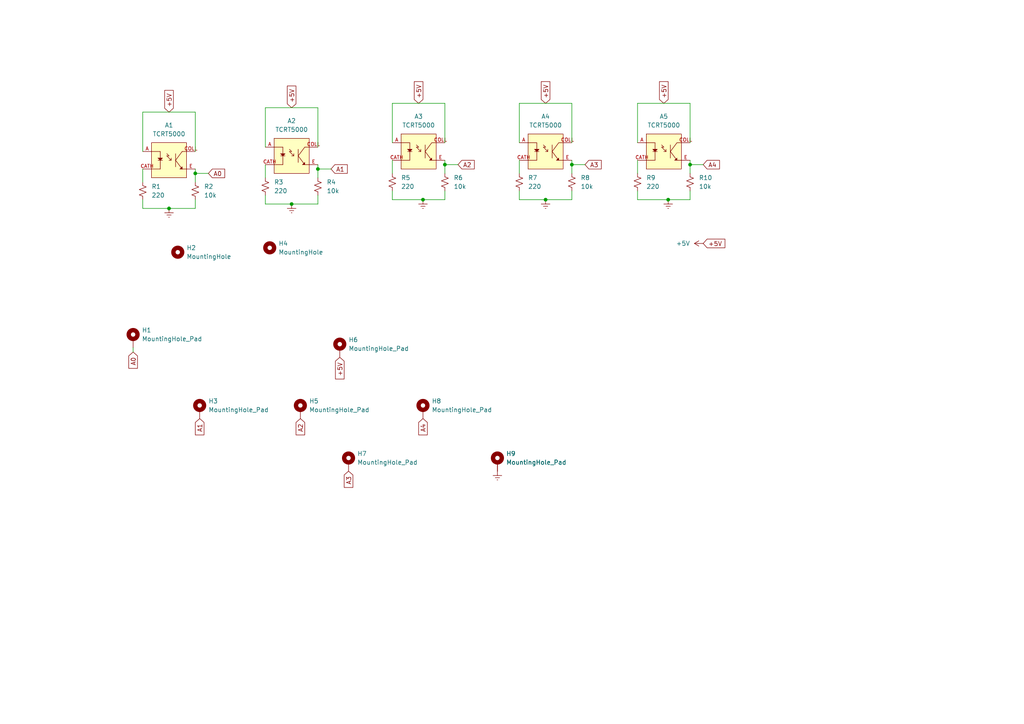
<source format=kicad_sch>
(kicad_sch (version 20211123) (generator eeschema)

  (uuid 150282e6-bc44-454c-9a60-5aa96de471c6)

  (paper "A4")

  (lib_symbols
    (symbol "Device:R_Small_US" (pin_numbers hide) (pin_names (offset 0.254) hide) (in_bom yes) (on_board yes)
      (property "Reference" "R" (id 0) (at 0.762 0.508 0)
        (effects (font (size 1.27 1.27)) (justify left))
      )
      (property "Value" "R_Small_US" (id 1) (at 0.762 -1.016 0)
        (effects (font (size 1.27 1.27)) (justify left))
      )
      (property "Footprint" "" (id 2) (at 0 0 0)
        (effects (font (size 1.27 1.27)) hide)
      )
      (property "Datasheet" "~" (id 3) (at 0 0 0)
        (effects (font (size 1.27 1.27)) hide)
      )
      (property "ki_keywords" "r resistor" (id 4) (at 0 0 0)
        (effects (font (size 1.27 1.27)) hide)
      )
      (property "ki_description" "Resistor, small US symbol" (id 5) (at 0 0 0)
        (effects (font (size 1.27 1.27)) hide)
      )
      (property "ki_fp_filters" "R_*" (id 6) (at 0 0 0)
        (effects (font (size 1.27 1.27)) hide)
      )
      (symbol "R_Small_US_1_1"
        (polyline
          (pts
            (xy 0 0)
            (xy 1.016 -0.381)
            (xy 0 -0.762)
            (xy -1.016 -1.143)
            (xy 0 -1.524)
          )
          (stroke (width 0) (type default) (color 0 0 0 0))
          (fill (type none))
        )
        (polyline
          (pts
            (xy 0 1.524)
            (xy 1.016 1.143)
            (xy 0 0.762)
            (xy -1.016 0.381)
            (xy 0 0)
          )
          (stroke (width 0) (type default) (color 0 0 0 0))
          (fill (type none))
        )
        (pin passive line (at 0 2.54 270) (length 1.016)
          (name "~" (effects (font (size 1.27 1.27))))
          (number "1" (effects (font (size 1.27 1.27))))
        )
        (pin passive line (at 0 -2.54 90) (length 1.016)
          (name "~" (effects (font (size 1.27 1.27))))
          (number "2" (effects (font (size 1.27 1.27))))
        )
      )
    )
    (symbol "Mechanical:MountingHole" (pin_names (offset 1.016)) (in_bom yes) (on_board yes)
      (property "Reference" "H" (id 0) (at 0 5.08 0)
        (effects (font (size 1.27 1.27)))
      )
      (property "Value" "MountingHole" (id 1) (at 0 3.175 0)
        (effects (font (size 1.27 1.27)))
      )
      (property "Footprint" "" (id 2) (at 0 0 0)
        (effects (font (size 1.27 1.27)) hide)
      )
      (property "Datasheet" "~" (id 3) (at 0 0 0)
        (effects (font (size 1.27 1.27)) hide)
      )
      (property "ki_keywords" "mounting hole" (id 4) (at 0 0 0)
        (effects (font (size 1.27 1.27)) hide)
      )
      (property "ki_description" "Mounting Hole without connection" (id 5) (at 0 0 0)
        (effects (font (size 1.27 1.27)) hide)
      )
      (property "ki_fp_filters" "MountingHole*" (id 6) (at 0 0 0)
        (effects (font (size 1.27 1.27)) hide)
      )
      (symbol "MountingHole_0_1"
        (circle (center 0 0) (radius 1.27)
          (stroke (width 1.27) (type default) (color 0 0 0 0))
          (fill (type none))
        )
      )
    )
    (symbol "Mechanical:MountingHole_Pad" (pin_numbers hide) (pin_names (offset 1.016) hide) (in_bom yes) (on_board yes)
      (property "Reference" "H" (id 0) (at 0 6.35 0)
        (effects (font (size 1.27 1.27)))
      )
      (property "Value" "MountingHole_Pad" (id 1) (at 0 4.445 0)
        (effects (font (size 1.27 1.27)))
      )
      (property "Footprint" "" (id 2) (at 0 0 0)
        (effects (font (size 1.27 1.27)) hide)
      )
      (property "Datasheet" "~" (id 3) (at 0 0 0)
        (effects (font (size 1.27 1.27)) hide)
      )
      (property "ki_keywords" "mounting hole" (id 4) (at 0 0 0)
        (effects (font (size 1.27 1.27)) hide)
      )
      (property "ki_description" "Mounting Hole with connection" (id 5) (at 0 0 0)
        (effects (font (size 1.27 1.27)) hide)
      )
      (property "ki_fp_filters" "MountingHole*Pad*" (id 6) (at 0 0 0)
        (effects (font (size 1.27 1.27)) hide)
      )
      (symbol "MountingHole_Pad_0_1"
        (circle (center 0 1.27) (radius 1.27)
          (stroke (width 1.27) (type default) (color 0 0 0 0))
          (fill (type none))
        )
      )
      (symbol "MountingHole_Pad_1_1"
        (pin input line (at 0 -2.54 90) (length 2.54)
          (name "1" (effects (font (size 1.27 1.27))))
          (number "1" (effects (font (size 1.27 1.27))))
        )
      )
    )
    (symbol "ZC323000:TCRT5000" (pin_names (offset 1.016)) (in_bom yes) (on_board yes)
      (property "Reference" "U" (id 0) (at -5.0887 5.7248 0)
        (effects (font (size 1.27 1.27)) (justify left bottom))
      )
      (property "Value" "TCRT5000" (id 1) (at -5.0838 -5.7193 0)
        (effects (font (size 1.27 1.27)) (justify left top))
      )
      (property "Footprint" "OPTO_TCRT5000" (id 2) (at 0 0 0)
        (effects (font (size 1.27 1.27)) (justify bottom) hide)
      )
      (property "Datasheet" "" (id 3) (at 0 0 0)
        (effects (font (size 1.27 1.27)) hide)
      )
      (property "PARTREV" "1.7" (id 4) (at 0 0 0)
        (effects (font (size 1.27 1.27)) (justify bottom) hide)
      )
      (property "MANUFACTURER" "Vishay" (id 5) (at 0 0 0)
        (effects (font (size 1.27 1.27)) (justify bottom) hide)
      )
      (property "MAXIMUM_PACKAGE_HEIGHT" "7.2mm" (id 6) (at 0 0 0)
        (effects (font (size 1.27 1.27)) (justify bottom) hide)
      )
      (property "STANDARD" "Manufacturer recommendations" (id 7) (at 0 0 0)
        (effects (font (size 1.27 1.27)) (justify bottom) hide)
      )
      (symbol "TCRT5000_0_0"
        (rectangle (start -5.08 -5.08) (end 5.08 5.08)
          (stroke (width 0.1524) (type default) (color 0 0 0 0))
          (fill (type background))
        )
        (polyline
          (pts
            (xy -5.08 2.54)
            (xy -2.54 2.54)
          )
          (stroke (width 0.1524) (type default) (color 0 0 0 0))
          (fill (type none))
        )
        (polyline
          (pts
            (xy -3.175 0)
            (xy -1.905 0)
          )
          (stroke (width 0.1524) (type default) (color 0 0 0 0))
          (fill (type none))
        )
        (polyline
          (pts
            (xy -2.54 -2.54)
            (xy -5.08 -2.54)
          )
          (stroke (width 0.1524) (type default) (color 0 0 0 0))
          (fill (type none))
        )
        (polyline
          (pts
            (xy -2.54 2.54)
            (xy -2.54 -2.54)
          )
          (stroke (width 0.1524) (type default) (color 0 0 0 0))
          (fill (type none))
        )
        (polyline
          (pts
            (xy -0.635 1.27)
            (xy 0.635 0)
          )
          (stroke (width 0.1524) (type default) (color 0 0 0 0))
          (fill (type none))
        )
        (polyline
          (pts
            (xy -0.635 1.905)
            (xy 0 1.27)
          )
          (stroke (width 0.1524) (type default) (color 0 0 0 0))
          (fill (type none))
        )
        (polyline
          (pts
            (xy 0 1.27)
            (xy -0.635 1.27)
          )
          (stroke (width 0.1524) (type default) (color 0 0 0 0))
          (fill (type none))
        )
        (polyline
          (pts
            (xy 0.635 0)
            (xy 0 0)
          )
          (stroke (width 0.1524) (type default) (color 0 0 0 0))
          (fill (type none))
        )
        (polyline
          (pts
            (xy 0.635 0.635)
            (xy 0.635 0)
          )
          (stroke (width 0.1524) (type default) (color 0 0 0 0))
          (fill (type none))
        )
        (polyline
          (pts
            (xy 1.905 0)
            (xy 1.905 -1.905)
          )
          (stroke (width 0.1524) (type default) (color 0 0 0 0))
          (fill (type none))
        )
        (polyline
          (pts
            (xy 1.905 0)
            (xy 3.81 -2.54)
          )
          (stroke (width 0.1524) (type default) (color 0 0 0 0))
          (fill (type none))
        )
        (polyline
          (pts
            (xy 1.905 0)
            (xy 3.81 2.54)
          )
          (stroke (width 0.1524) (type default) (color 0 0 0 0))
          (fill (type none))
        )
        (polyline
          (pts
            (xy 1.905 1.905)
            (xy 1.905 0)
          )
          (stroke (width 0.1524) (type default) (color 0 0 0 0))
          (fill (type none))
        )
        (polyline
          (pts
            (xy 3.81 -2.54)
            (xy 5.08 -2.54)
          )
          (stroke (width 0.1524) (type default) (color 0 0 0 0))
          (fill (type none))
        )
        (polyline
          (pts
            (xy 3.81 2.54)
            (xy 5.08 2.54)
          )
          (stroke (width 0.1524) (type default) (color 0 0 0 0))
          (fill (type none))
        )
        (polyline
          (pts
            (xy -3.175 0.635)
            (xy -1.905 0.635)
            (xy -2.54 0)
            (xy -3.175 0.635)
          )
          (stroke (width 0.1524) (type default) (color 0 0 0 0))
          (fill (type outline))
        )
        (polyline
          (pts
            (xy 3.175 -2.54)
            (xy 3.81 -2.54)
            (xy 3.81 -1.905)
            (xy 3.175 -2.54)
          )
          (stroke (width 0.1524) (type default) (color 0 0 0 0))
          (fill (type outline))
        )
        (pin passive line (at -7.62 2.54 0) (length 2.54)
          (name "~" (effects (font (size 1.016 1.016))))
          (number "A" (effects (font (size 1.016 1.016))))
        )
        (pin passive line (at -7.62 -2.54 0) (length 2.54)
          (name "~" (effects (font (size 1.016 1.016))))
          (number "CATH" (effects (font (size 1.016 1.016))))
        )
        (pin passive line (at 7.62 2.54 180) (length 2.54)
          (name "~" (effects (font (size 1.016 1.016))))
          (number "COLL" (effects (font (size 1.016 1.016))))
        )
        (pin passive line (at 7.62 -2.54 180) (length 2.54)
          (name "~" (effects (font (size 1.016 1.016))))
          (number "E" (effects (font (size 1.016 1.016))))
        )
      )
    )
    (symbol "power:+5V" (power) (pin_names (offset 0)) (in_bom yes) (on_board yes)
      (property "Reference" "#PWR" (id 0) (at 0 -3.81 0)
        (effects (font (size 1.27 1.27)) hide)
      )
      (property "Value" "+5V" (id 1) (at 0 3.556 0)
        (effects (font (size 1.27 1.27)))
      )
      (property "Footprint" "" (id 2) (at 0 0 0)
        (effects (font (size 1.27 1.27)) hide)
      )
      (property "Datasheet" "" (id 3) (at 0 0 0)
        (effects (font (size 1.27 1.27)) hide)
      )
      (property "ki_keywords" "power-flag" (id 4) (at 0 0 0)
        (effects (font (size 1.27 1.27)) hide)
      )
      (property "ki_description" "Power symbol creates a global label with name \"+5V\"" (id 5) (at 0 0 0)
        (effects (font (size 1.27 1.27)) hide)
      )
      (symbol "+5V_0_1"
        (polyline
          (pts
            (xy -0.762 1.27)
            (xy 0 2.54)
          )
          (stroke (width 0) (type default) (color 0 0 0 0))
          (fill (type none))
        )
        (polyline
          (pts
            (xy 0 0)
            (xy 0 2.54)
          )
          (stroke (width 0) (type default) (color 0 0 0 0))
          (fill (type none))
        )
        (polyline
          (pts
            (xy 0 2.54)
            (xy 0.762 1.27)
          )
          (stroke (width 0) (type default) (color 0 0 0 0))
          (fill (type none))
        )
      )
      (symbol "+5V_1_1"
        (pin power_in line (at 0 0 90) (length 0) hide
          (name "+5V" (effects (font (size 1.27 1.27))))
          (number "1" (effects (font (size 1.27 1.27))))
        )
      )
    )
    (symbol "power:Earth" (power) (pin_names (offset 0)) (in_bom yes) (on_board yes)
      (property "Reference" "#PWR" (id 0) (at 0 -6.35 0)
        (effects (font (size 1.27 1.27)) hide)
      )
      (property "Value" "Earth" (id 1) (at 0 -3.81 0)
        (effects (font (size 1.27 1.27)) hide)
      )
      (property "Footprint" "" (id 2) (at 0 0 0)
        (effects (font (size 1.27 1.27)) hide)
      )
      (property "Datasheet" "~" (id 3) (at 0 0 0)
        (effects (font (size 1.27 1.27)) hide)
      )
      (property "ki_keywords" "power-flag ground gnd" (id 4) (at 0 0 0)
        (effects (font (size 1.27 1.27)) hide)
      )
      (property "ki_description" "Power symbol creates a global label with name \"Earth\"" (id 5) (at 0 0 0)
        (effects (font (size 1.27 1.27)) hide)
      )
      (symbol "Earth_0_1"
        (polyline
          (pts
            (xy -0.635 -1.905)
            (xy 0.635 -1.905)
          )
          (stroke (width 0) (type default) (color 0 0 0 0))
          (fill (type none))
        )
        (polyline
          (pts
            (xy -0.127 -2.54)
            (xy 0.127 -2.54)
          )
          (stroke (width 0) (type default) (color 0 0 0 0))
          (fill (type none))
        )
        (polyline
          (pts
            (xy 0 -1.27)
            (xy 0 0)
          )
          (stroke (width 0) (type default) (color 0 0 0 0))
          (fill (type none))
        )
        (polyline
          (pts
            (xy 1.27 -1.27)
            (xy -1.27 -1.27)
          )
          (stroke (width 0) (type default) (color 0 0 0 0))
          (fill (type none))
        )
      )
      (symbol "Earth_1_1"
        (pin power_in line (at 0 0 270) (length 0) hide
          (name "Earth" (effects (font (size 1.27 1.27))))
          (number "1" (effects (font (size 1.27 1.27))))
        )
      )
    )
  )

  (junction (at 200.152 47.752) (diameter 0) (color 0 0 0 0)
    (uuid 0a33afa4-a7a6-442b-b9d1-b2263fe2db27)
  )
  (junction (at 165.862 47.752) (diameter 0) (color 0 0 0 0)
    (uuid 2534cc1d-9358-4a9a-918a-94dc071932c8)
  )
  (junction (at 122.682 57.912) (diameter 0) (color 0 0 0 0)
    (uuid 2e4a903a-7adb-4697-9e78-fdf631d0378c)
  )
  (junction (at 92.202 49.022) (diameter 0) (color 0 0 0 0)
    (uuid 42358ff8-c710-4922-8f0f-7277355890de)
  )
  (junction (at 158.242 57.912) (diameter 0) (color 0 0 0 0)
    (uuid 45e64cbd-8b8c-48fb-93ca-50d6393153c9)
  )
  (junction (at 193.802 57.912) (diameter 0) (color 0 0 0 0)
    (uuid 95c8fb09-3807-4b4f-b20e-669de9a70f38)
  )
  (junction (at 129.032 47.752) (diameter 0) (color 0 0 0 0)
    (uuid 96e8c9aa-4382-4660-ac86-03e6b29e6e4c)
  )
  (junction (at 84.582 59.182) (diameter 0) (color 0 0 0 0)
    (uuid ce1a1533-dd85-4723-bda4-0b8375a5844c)
  )
  (junction (at 49.022 60.452) (diameter 0) (color 0 0 0 0)
    (uuid e3803b89-14d6-4dd4-b098-7c56048f361a)
  )
  (junction (at 56.642 50.292) (diameter 0) (color 0 0 0 0)
    (uuid e76f74d8-5506-474a-ac69-3568bc537cda)
  )

  (wire (pts (xy 56.642 49.022) (xy 56.642 50.292))
    (stroke (width 0) (type default) (color 0 0 0 0))
    (uuid 00b06e8a-d34f-4635-af1c-88b4c6d37cf0)
  )
  (wire (pts (xy 113.792 29.972) (xy 129.032 29.972))
    (stroke (width 0) (type default) (color 0 0 0 0))
    (uuid 03342a86-f577-438e-9fbd-fe285848665a)
  )
  (wire (pts (xy 150.622 46.482) (xy 150.622 50.292))
    (stroke (width 0) (type default) (color 0 0 0 0))
    (uuid 06f32333-a7f2-4cdd-bca6-2f908093f0ee)
  )
  (wire (pts (xy 165.862 41.402) (xy 165.862 29.972))
    (stroke (width 0) (type default) (color 0 0 0 0))
    (uuid 0a03474b-da21-4710-990e-c3555f333071)
  )
  (wire (pts (xy 76.962 56.642) (xy 76.962 59.182))
    (stroke (width 0) (type default) (color 0 0 0 0))
    (uuid 1a4909f5-acf3-4ce1-b3e6-ff9fe5b67077)
  )
  (wire (pts (xy 56.642 43.942) (xy 56.642 32.512))
    (stroke (width 0) (type default) (color 0 0 0 0))
    (uuid 22f81e74-7f59-403b-919a-3cee0b0cafc3)
  )
  (wire (pts (xy 165.862 47.752) (xy 165.862 50.292))
    (stroke (width 0) (type default) (color 0 0 0 0))
    (uuid 2300f6d5-b4a5-4369-810d-65fc558dac77)
  )
  (wire (pts (xy 56.642 60.452) (xy 56.642 57.912))
    (stroke (width 0) (type default) (color 0 0 0 0))
    (uuid 24d75abb-d166-48c2-ae6c-1a5601e90ede)
  )
  (wire (pts (xy 41.402 49.022) (xy 41.402 52.832))
    (stroke (width 0) (type default) (color 0 0 0 0))
    (uuid 283e85cc-c83f-4cb0-a311-a3a3d21b0a20)
  )
  (wire (pts (xy 165.862 57.912) (xy 165.862 55.372))
    (stroke (width 0) (type default) (color 0 0 0 0))
    (uuid 2b06fd7d-72aa-4562-be11-9304b0906e3a)
  )
  (wire (pts (xy 92.202 49.022) (xy 92.202 51.562))
    (stroke (width 0) (type default) (color 0 0 0 0))
    (uuid 2ffd3248-521a-48fb-8b52-fdcb0912067d)
  )
  (wire (pts (xy 150.622 29.972) (xy 165.862 29.972))
    (stroke (width 0) (type default) (color 0 0 0 0))
    (uuid 31397f64-4edd-477d-8b56-56399d241147)
  )
  (wire (pts (xy 76.962 31.242) (xy 92.202 31.242))
    (stroke (width 0) (type default) (color 0 0 0 0))
    (uuid 332d5032-9fc1-4888-ad9a-2ccad123dda7)
  )
  (wire (pts (xy 129.032 46.482) (xy 129.032 47.752))
    (stroke (width 0) (type default) (color 0 0 0 0))
    (uuid 363e8c74-b608-4699-a8fe-f341d72aa53c)
  )
  (wire (pts (xy 200.152 46.482) (xy 200.152 47.752))
    (stroke (width 0) (type default) (color 0 0 0 0))
    (uuid 3cf7a092-5ce8-4b54-866f-2311a707e8be)
  )
  (wire (pts (xy 184.912 57.912) (xy 193.802 57.912))
    (stroke (width 0) (type default) (color 0 0 0 0))
    (uuid 42be7feb-4b88-4582-b9c8-81ea52b6906c)
  )
  (wire (pts (xy 129.032 41.402) (xy 129.032 29.972))
    (stroke (width 0) (type default) (color 0 0 0 0))
    (uuid 4b5a1028-a9c8-4c4b-b22c-18a292d1ad47)
  )
  (wire (pts (xy 200.152 41.402) (xy 200.152 29.972))
    (stroke (width 0) (type default) (color 0 0 0 0))
    (uuid 4c8fd9f1-cbf7-4f03-815a-dc02e999a743)
  )
  (wire (pts (xy 150.622 57.912) (xy 158.242 57.912))
    (stroke (width 0) (type default) (color 0 0 0 0))
    (uuid 4d4107cb-5f56-4901-a2f0-bcb0dc88870a)
  )
  (wire (pts (xy 165.862 46.482) (xy 165.862 47.752))
    (stroke (width 0) (type default) (color 0 0 0 0))
    (uuid 51065a81-8d42-40eb-af60-aa24deae0e92)
  )
  (wire (pts (xy 38.608 102.108) (xy 38.608 100.838))
    (stroke (width 0) (type default) (color 0 0 0 0))
    (uuid 511c1300-0dd2-427a-afb5-faf265318df4)
  )
  (wire (pts (xy 150.622 55.372) (xy 150.622 57.912))
    (stroke (width 0) (type default) (color 0 0 0 0))
    (uuid 538742bb-7ab8-49ee-a114-d974581e08c2)
  )
  (wire (pts (xy 184.912 29.972) (xy 200.152 29.972))
    (stroke (width 0) (type default) (color 0 0 0 0))
    (uuid 5607fa80-c523-478f-9ea1-b98582fe9309)
  )
  (wire (pts (xy 41.402 43.942) (xy 41.402 32.512))
    (stroke (width 0) (type default) (color 0 0 0 0))
    (uuid 572ff2a7-888d-412d-88b6-3f93e1860105)
  )
  (wire (pts (xy 41.402 60.452) (xy 49.022 60.452))
    (stroke (width 0) (type default) (color 0 0 0 0))
    (uuid 57edf1f5-1f88-4f1d-b0f7-fd1358b95790)
  )
  (wire (pts (xy 129.032 57.912) (xy 129.032 55.372))
    (stroke (width 0) (type default) (color 0 0 0 0))
    (uuid 609ca6c5-fbc4-4cd7-a1f8-8dc41f6a73c0)
  )
  (wire (pts (xy 113.792 41.402) (xy 113.792 29.972))
    (stroke (width 0) (type default) (color 0 0 0 0))
    (uuid 66d808a1-5f46-4f3a-abf9-1f17abcab0e1)
  )
  (wire (pts (xy 150.622 41.402) (xy 150.622 29.972))
    (stroke (width 0) (type default) (color 0 0 0 0))
    (uuid 692ef7aa-1b5a-4995-998b-0ef6519d3bea)
  )
  (wire (pts (xy 76.962 59.182) (xy 84.582 59.182))
    (stroke (width 0) (type default) (color 0 0 0 0))
    (uuid 72fba3f4-868e-4bfc-bbad-a2a391d9beb0)
  )
  (wire (pts (xy 200.152 47.752) (xy 203.962 47.752))
    (stroke (width 0) (type default) (color 0 0 0 0))
    (uuid 73aa0fcd-282b-4b23-b390-c702e0c6fdba)
  )
  (wire (pts (xy 113.792 55.372) (xy 113.792 57.912))
    (stroke (width 0) (type default) (color 0 0 0 0))
    (uuid 7f29d5e1-de6a-48f7-a953-8cabb183a516)
  )
  (wire (pts (xy 129.032 47.752) (xy 129.032 50.292))
    (stroke (width 0) (type default) (color 0 0 0 0))
    (uuid 836c5a4e-8cd6-439b-a585-42ecf4c40d2f)
  )
  (wire (pts (xy 200.152 47.752) (xy 200.152 50.292))
    (stroke (width 0) (type default) (color 0 0 0 0))
    (uuid 85aae35f-f8d3-4786-b8bb-6b260fa2913d)
  )
  (wire (pts (xy 193.802 57.912) (xy 200.152 57.912))
    (stroke (width 0) (type default) (color 0 0 0 0))
    (uuid 8c57b8e3-59e5-4c75-bdac-4f133a73a1c4)
  )
  (wire (pts (xy 158.242 57.912) (xy 165.862 57.912))
    (stroke (width 0) (type default) (color 0 0 0 0))
    (uuid 9d3cab91-33c1-463f-a653-35e0bb6df245)
  )
  (wire (pts (xy 76.962 47.752) (xy 76.962 51.562))
    (stroke (width 0) (type default) (color 0 0 0 0))
    (uuid 9e73a571-8ab5-4528-bf5f-ac5de41b39db)
  )
  (wire (pts (xy 41.402 32.512) (xy 56.642 32.512))
    (stroke (width 0) (type default) (color 0 0 0 0))
    (uuid 9ef8a912-429e-4d35-8b54-996b2c3f0f00)
  )
  (wire (pts (xy 113.792 57.912) (xy 122.682 57.912))
    (stroke (width 0) (type default) (color 0 0 0 0))
    (uuid a2ce7ab4-17b6-4751-b1a4-afab9275c6cf)
  )
  (wire (pts (xy 165.862 47.752) (xy 169.672 47.752))
    (stroke (width 0) (type default) (color 0 0 0 0))
    (uuid a550b578-2801-48b4-9fb7-ad3f2c8b6771)
  )
  (wire (pts (xy 113.792 46.482) (xy 113.792 50.292))
    (stroke (width 0) (type default) (color 0 0 0 0))
    (uuid a6f89c35-f90f-4e2c-8ab3-2f74b9ccabbb)
  )
  (wire (pts (xy 92.202 47.752) (xy 92.202 49.022))
    (stroke (width 0) (type default) (color 0 0 0 0))
    (uuid a9a28802-9216-4490-aac8-d26375803936)
  )
  (wire (pts (xy 92.202 49.022) (xy 96.012 49.022))
    (stroke (width 0) (type default) (color 0 0 0 0))
    (uuid aa7c83ce-a857-46fe-94a4-bbe9a765a665)
  )
  (wire (pts (xy 49.022 60.452) (xy 56.642 60.452))
    (stroke (width 0) (type default) (color 0 0 0 0))
    (uuid b07d74cb-a281-4f80-b89b-c88d6481a245)
  )
  (wire (pts (xy 200.152 57.912) (xy 200.152 55.372))
    (stroke (width 0) (type default) (color 0 0 0 0))
    (uuid b5567ff2-ca73-4a06-918c-c7d5644ab383)
  )
  (wire (pts (xy 184.912 55.372) (xy 184.912 57.912))
    (stroke (width 0) (type default) (color 0 0 0 0))
    (uuid bcdd0813-a196-4ca7-9546-136c4a89560b)
  )
  (wire (pts (xy 184.912 41.402) (xy 184.912 29.972))
    (stroke (width 0) (type default) (color 0 0 0 0))
    (uuid c06620d6-d0ed-4464-a86b-7f946a1ee930)
  )
  (wire (pts (xy 84.582 59.182) (xy 92.202 59.182))
    (stroke (width 0) (type default) (color 0 0 0 0))
    (uuid c59fcbde-79d0-4380-9034-5d728aac461f)
  )
  (wire (pts (xy 129.032 47.752) (xy 132.842 47.752))
    (stroke (width 0) (type default) (color 0 0 0 0))
    (uuid c9baf8cc-c4e6-42b1-8c09-51a0eb20b591)
  )
  (wire (pts (xy 92.202 59.182) (xy 92.202 56.642))
    (stroke (width 0) (type default) (color 0 0 0 0))
    (uuid c9f809e8-6ff7-466e-815b-2173dc2df330)
  )
  (wire (pts (xy 122.682 57.912) (xy 129.032 57.912))
    (stroke (width 0) (type default) (color 0 0 0 0))
    (uuid ca4c8b79-1a78-4085-9ab7-f4053caa0f83)
  )
  (wire (pts (xy 92.202 42.672) (xy 92.202 31.242))
    (stroke (width 0) (type default) (color 0 0 0 0))
    (uuid cbf5ec42-e0dd-419b-8812-bb975000ff46)
  )
  (wire (pts (xy 56.642 50.292) (xy 56.642 52.832))
    (stroke (width 0) (type default) (color 0 0 0 0))
    (uuid d636d433-4ba2-4bfd-ab7e-befdb1a88662)
  )
  (wire (pts (xy 56.642 50.292) (xy 60.452 50.292))
    (stroke (width 0) (type default) (color 0 0 0 0))
    (uuid da95b4ad-2ba5-4454-acb5-3e0656e2aff8)
  )
  (wire (pts (xy 76.962 42.672) (xy 76.962 31.242))
    (stroke (width 0) (type default) (color 0 0 0 0))
    (uuid eb62b981-f997-475c-9269-fd07718190f6)
  )
  (wire (pts (xy 41.402 57.912) (xy 41.402 60.452))
    (stroke (width 0) (type default) (color 0 0 0 0))
    (uuid f2df6606-13c5-47fe-9656-fbca177261ba)
  )
  (wire (pts (xy 184.912 46.482) (xy 184.912 50.292))
    (stroke (width 0) (type default) (color 0 0 0 0))
    (uuid f6aa6519-1797-4c4a-b5c7-eaf7ee11e165)
  )

  (global_label "+5V" (shape input) (at 192.532 29.972 90) (fields_autoplaced)
    (effects (font (size 1.27 1.27)) (justify left))
    (uuid 0c2793aa-f4e8-4e75-a3e2-5c38911f518f)
    (property "Intersheet References" "${INTERSHEET_REFS}" (id 0) (at 192.4526 23.6884 90)
      (effects (font (size 1.27 1.27)) (justify left) hide)
    )
  )
  (global_label "+5V" (shape input) (at 49.022 32.512 90) (fields_autoplaced)
    (effects (font (size 1.27 1.27)) (justify left))
    (uuid 1fed126a-5fcb-4bc3-b1e9-8a405222958e)
    (property "Intersheet References" "${INTERSHEET_REFS}" (id 0) (at 48.9426 26.2284 90)
      (effects (font (size 1.27 1.27)) (justify left) hide)
    )
  )
  (global_label "A3" (shape input) (at 169.672 47.752 0) (fields_autoplaced)
    (effects (font (size 1.27 1.27)) (justify left))
    (uuid 2a57e19d-450c-41d4-9781-fe5da487d517)
    (property "Intersheet References" "${INTERSHEET_REFS}" (id 0) (at 174.3832 47.6726 0)
      (effects (font (size 1.27 1.27)) (justify left) hide)
    )
  )
  (global_label "+5V" (shape input) (at 203.962 70.612 0) (fields_autoplaced)
    (effects (font (size 1.27 1.27)) (justify left))
    (uuid 2ce9157d-c812-4cd9-ad83-11c2f4ea3778)
    (property "Intersheet References" "${INTERSHEET_REFS}" (id 0) (at 210.2456 70.5326 0)
      (effects (font (size 1.27 1.27)) (justify left) hide)
    )
  )
  (global_label "A0" (shape input) (at 38.608 102.108 270) (fields_autoplaced)
    (effects (font (size 1.27 1.27)) (justify right))
    (uuid 3cb9009c-68aa-4ed3-9bf4-e0374e356ba8)
    (property "Intersheet References" "${INTERSHEET_REFS}" (id 0) (at 38.5286 106.8192 90)
      (effects (font (size 1.27 1.27)) (justify right) hide)
    )
  )
  (global_label "A2" (shape input) (at 132.842 47.752 0) (fields_autoplaced)
    (effects (font (size 1.27 1.27)) (justify left))
    (uuid 5a226453-d8de-48dc-94d8-05b4bb4a65ef)
    (property "Intersheet References" "${INTERSHEET_REFS}" (id 0) (at 137.5532 47.6726 0)
      (effects (font (size 1.27 1.27)) (justify left) hide)
    )
  )
  (global_label "+5V" (shape input) (at 121.412 29.972 90) (fields_autoplaced)
    (effects (font (size 1.27 1.27)) (justify left))
    (uuid 6588e606-be9f-4e5c-828c-32c12f8b731f)
    (property "Intersheet References" "${INTERSHEET_REFS}" (id 0) (at 121.3326 23.6884 90)
      (effects (font (size 1.27 1.27)) (justify left) hide)
    )
  )
  (global_label "A4" (shape input) (at 203.962 47.752 0) (fields_autoplaced)
    (effects (font (size 1.27 1.27)) (justify left))
    (uuid 67ec9e54-3f3d-461b-a0f7-14cf86718138)
    (property "Intersheet References" "${INTERSHEET_REFS}" (id 0) (at 208.6732 47.6726 0)
      (effects (font (size 1.27 1.27)) (justify left) hide)
    )
  )
  (global_label "A0" (shape input) (at 60.452 50.292 0) (fields_autoplaced)
    (effects (font (size 1.27 1.27)) (justify left))
    (uuid 7398aa9f-e852-4091-843c-98ae082d70fc)
    (property "Intersheet References" "${INTERSHEET_REFS}" (id 0) (at 65.1632 50.2126 0)
      (effects (font (size 1.27 1.27)) (justify left) hide)
    )
  )
  (global_label "A1" (shape input) (at 57.912 121.412 270) (fields_autoplaced)
    (effects (font (size 1.27 1.27)) (justify right))
    (uuid 756b6cbb-ef39-4e4a-8991-2e2e345b9875)
    (property "Intersheet References" "${INTERSHEET_REFS}" (id 0) (at 57.8326 126.1232 90)
      (effects (font (size 1.27 1.27)) (justify right) hide)
    )
  )
  (global_label "+5V" (shape input) (at 158.242 29.972 90) (fields_autoplaced)
    (effects (font (size 1.27 1.27)) (justify left))
    (uuid ae859ae7-51bd-4cdf-aeef-5cbe50cced6e)
    (property "Intersheet References" "${INTERSHEET_REFS}" (id 0) (at 158.1626 23.6884 90)
      (effects (font (size 1.27 1.27)) (justify left) hide)
    )
  )
  (global_label "A1" (shape input) (at 96.012 49.022 0) (fields_autoplaced)
    (effects (font (size 1.27 1.27)) (justify left))
    (uuid e1c094d0-bca1-4b5a-bf2e-7397fd67cba1)
    (property "Intersheet References" "${INTERSHEET_REFS}" (id 0) (at 100.7232 48.9426 0)
      (effects (font (size 1.27 1.27)) (justify left) hide)
    )
  )
  (global_label "+5V" (shape input) (at 98.552 103.632 270) (fields_autoplaced)
    (effects (font (size 1.27 1.27)) (justify right))
    (uuid e593bd0c-d05a-4dca-9386-46a14d5a7626)
    (property "Intersheet References" "${INTERSHEET_REFS}" (id 0) (at 98.4726 109.9156 90)
      (effects (font (size 1.27 1.27)) (justify right) hide)
    )
  )
  (global_label "A3" (shape input) (at 101.092 136.652 270) (fields_autoplaced)
    (effects (font (size 1.27 1.27)) (justify right))
    (uuid eed5fe89-19e7-456e-8248-06199b64537a)
    (property "Intersheet References" "${INTERSHEET_REFS}" (id 0) (at 101.0126 141.3632 90)
      (effects (font (size 1.27 1.27)) (justify right) hide)
    )
  )
  (global_label "+5V" (shape input) (at 84.582 31.242 90) (fields_autoplaced)
    (effects (font (size 1.27 1.27)) (justify left))
    (uuid ef84c2af-db5c-4f55-b7a2-f365471571ff)
    (property "Intersheet References" "${INTERSHEET_REFS}" (id 0) (at 84.5026 24.9584 90)
      (effects (font (size 1.27 1.27)) (justify left) hide)
    )
  )
  (global_label "A4" (shape input) (at 122.682 121.412 270) (fields_autoplaced)
    (effects (font (size 1.27 1.27)) (justify right))
    (uuid f1259fd3-476f-4b18-9526-befd819d1b7c)
    (property "Intersheet References" "${INTERSHEET_REFS}" (id 0) (at 122.6026 126.1232 90)
      (effects (font (size 1.27 1.27)) (justify right) hide)
    )
  )
  (global_label "A2" (shape input) (at 87.122 121.412 270) (fields_autoplaced)
    (effects (font (size 1.27 1.27)) (justify right))
    (uuid f1bb4649-a6cc-4dd4-a4a7-901e7563c87c)
    (property "Intersheet References" "${INTERSHEET_REFS}" (id 0) (at 87.0426 126.1232 90)
      (effects (font (size 1.27 1.27)) (justify right) hide)
    )
  )

  (symbol (lib_id "Device:R_Small_US") (at 165.862 52.832 0) (unit 1)
    (in_bom yes) (on_board yes) (fields_autoplaced)
    (uuid 0168c2a1-0f0a-4c6e-b347-2c810b56a1cd)
    (property "Reference" "R8" (id 0) (at 168.402 51.5619 0)
      (effects (font (size 1.27 1.27)) (justify left))
    )
    (property "Value" "10k" (id 1) (at 168.402 54.1019 0)
      (effects (font (size 1.27 1.27)) (justify left))
    )
    (property "Footprint" "Resistor_THT:R_Axial_DIN0207_L6.3mm_D2.5mm_P7.62mm_Horizontal" (id 2) (at 165.862 52.832 0)
      (effects (font (size 1.27 1.27)) hide)
    )
    (property "Datasheet" "~" (id 3) (at 165.862 52.832 0)
      (effects (font (size 1.27 1.27)) hide)
    )
    (pin "1" (uuid d8d0a524-7583-41b8-b7b8-c7e559955919))
    (pin "2" (uuid 618f5a87-f4c0-4250-94cf-3b672221fe53))
  )

  (symbol (lib_id "Mechanical:MountingHole_Pad") (at 57.912 118.872 0) (unit 1)
    (in_bom yes) (on_board yes) (fields_autoplaced)
    (uuid 09a43121-da15-432a-a2b0-75be8b4f86c2)
    (property "Reference" "H3" (id 0) (at 60.452 116.3319 0)
      (effects (font (size 1.27 1.27)) (justify left))
    )
    (property "Value" "MountingHole_Pad" (id 1) (at 60.452 118.8719 0)
      (effects (font (size 1.27 1.27)) (justify left))
    )
    (property "Footprint" "MountingHole:MountingHole_2.2mm_M2_DIN965_Pad_TopBottom" (id 2) (at 57.912 118.872 0)
      (effects (font (size 1.27 1.27)) hide)
    )
    (property "Datasheet" "~" (id 3) (at 57.912 118.872 0)
      (effects (font (size 1.27 1.27)) hide)
    )
    (pin "1" (uuid 1faef46a-96b0-4764-8b04-7dfba89ecd68))
  )

  (symbol (lib_id "Device:R_Small_US") (at 129.032 52.832 0) (unit 1)
    (in_bom yes) (on_board yes) (fields_autoplaced)
    (uuid 14a75565-3401-4cf1-95b9-1e672ae6946c)
    (property "Reference" "R6" (id 0) (at 131.572 51.5619 0)
      (effects (font (size 1.27 1.27)) (justify left))
    )
    (property "Value" "10k" (id 1) (at 131.572 54.1019 0)
      (effects (font (size 1.27 1.27)) (justify left))
    )
    (property "Footprint" "Resistor_THT:R_Axial_DIN0207_L6.3mm_D2.5mm_P7.62mm_Horizontal" (id 2) (at 129.032 52.832 0)
      (effects (font (size 1.27 1.27)) hide)
    )
    (property "Datasheet" "~" (id 3) (at 129.032 52.832 0)
      (effects (font (size 1.27 1.27)) hide)
    )
    (pin "1" (uuid 2f535d83-1c5a-43e1-a7d6-e76efccc5294))
    (pin "2" (uuid dbc81b8a-d174-4e7a-a2af-670a9f6f3251))
  )

  (symbol (lib_id "Mechanical:MountingHole_Pad") (at 144.272 134.112 0) (unit 1)
    (in_bom yes) (on_board yes) (fields_autoplaced)
    (uuid 1daac861-5f15-4894-817a-319d82cf0e00)
    (property "Reference" "H9" (id 0) (at 146.812 131.5719 0)
      (effects (font (size 1.27 1.27)) (justify left))
    )
    (property "Value" "MountingHole_Pad" (id 1) (at 146.812 134.1119 0)
      (effects (font (size 1.27 1.27)) (justify left))
    )
    (property "Footprint" "MountingHole:MountingHole_2.2mm_M2_DIN965_Pad_TopBottom" (id 2) (at 144.272 134.112 0)
      (effects (font (size 1.27 1.27)) hide)
    )
    (property "Datasheet" "~" (id 3) (at 144.272 134.112 0)
      (effects (font (size 1.27 1.27)) hide)
    )
    (pin "1" (uuid aeb9a3bf-5438-4a7f-aac4-a45ad5995515))
  )

  (symbol (lib_id "power:+5V") (at 203.962 70.612 90) (unit 1)
    (in_bom yes) (on_board yes) (fields_autoplaced)
    (uuid 28c71b5d-b06b-4ae8-aa93-6577dd31f929)
    (property "Reference" "#PWR0106" (id 0) (at 207.772 70.612 0)
      (effects (font (size 1.27 1.27)) hide)
    )
    (property "Value" "+5V" (id 1) (at 200.152 70.6119 90)
      (effects (font (size 1.27 1.27)) (justify left))
    )
    (property "Footprint" "" (id 2) (at 203.962 70.612 0)
      (effects (font (size 1.27 1.27)) hide)
    )
    (property "Datasheet" "" (id 3) (at 203.962 70.612 0)
      (effects (font (size 1.27 1.27)) hide)
    )
    (pin "1" (uuid 45000033-c531-43f1-b54b-798e2b95046a))
  )

  (symbol (lib_id "power:Earth") (at 49.022 60.452 0) (unit 1)
    (in_bom yes) (on_board yes) (fields_autoplaced)
    (uuid 33069a5b-647b-40ad-a23b-e7be00142c68)
    (property "Reference" "#PWR0101" (id 0) (at 49.022 66.802 0)
      (effects (font (size 1.27 1.27)) hide)
    )
    (property "Value" "Earth" (id 1) (at 49.022 64.262 0)
      (effects (font (size 1.27 1.27)) hide)
    )
    (property "Footprint" "" (id 2) (at 49.022 60.452 0)
      (effects (font (size 1.27 1.27)) hide)
    )
    (property "Datasheet" "~" (id 3) (at 49.022 60.452 0)
      (effects (font (size 1.27 1.27)) hide)
    )
    (pin "1" (uuid e323ee08-0322-404f-8935-3145ceffb942))
  )

  (symbol (lib_id "Device:R_Small_US") (at 92.202 54.102 0) (unit 1)
    (in_bom yes) (on_board yes) (fields_autoplaced)
    (uuid 4e5f6471-91f0-451f-8432-cba5f42c6b73)
    (property "Reference" "R4" (id 0) (at 94.742 52.8319 0)
      (effects (font (size 1.27 1.27)) (justify left))
    )
    (property "Value" "10k" (id 1) (at 94.742 55.3719 0)
      (effects (font (size 1.27 1.27)) (justify left))
    )
    (property "Footprint" "Resistor_THT:R_Axial_DIN0207_L6.3mm_D2.5mm_P7.62mm_Horizontal" (id 2) (at 92.202 54.102 0)
      (effects (font (size 1.27 1.27)) hide)
    )
    (property "Datasheet" "~" (id 3) (at 92.202 54.102 0)
      (effects (font (size 1.27 1.27)) hide)
    )
    (pin "1" (uuid c2fe8649-4f62-49c2-aafa-7941def0a099))
    (pin "2" (uuid 7d326ea9-df8c-49b5-8a0c-6a34be8a12f9))
  )

  (symbol (lib_id "Device:R_Small_US") (at 184.912 52.832 0) (unit 1)
    (in_bom yes) (on_board yes) (fields_autoplaced)
    (uuid 5f6ec921-c9a3-422a-953b-cae462fa5b37)
    (property "Reference" "R9" (id 0) (at 187.452 51.5619 0)
      (effects (font (size 1.27 1.27)) (justify left))
    )
    (property "Value" "220" (id 1) (at 187.452 54.1019 0)
      (effects (font (size 1.27 1.27)) (justify left))
    )
    (property "Footprint" "Resistor_THT:R_Axial_DIN0207_L6.3mm_D2.5mm_P7.62mm_Horizontal" (id 2) (at 184.912 52.832 0)
      (effects (font (size 1.27 1.27)) hide)
    )
    (property "Datasheet" "~" (id 3) (at 184.912 52.832 0)
      (effects (font (size 1.27 1.27)) hide)
    )
    (pin "1" (uuid 8abcef3e-0368-44ca-bcae-8a4ee7b0aff8))
    (pin "2" (uuid 18e0ea9e-8716-4915-8836-4a89ed1692f4))
  )

  (symbol (lib_id "power:Earth") (at 193.802 57.912 0) (unit 1)
    (in_bom yes) (on_board yes) (fields_autoplaced)
    (uuid 6b86badb-3923-4d9d-b5ad-df683298bc22)
    (property "Reference" "#PWR0107" (id 0) (at 193.802 64.262 0)
      (effects (font (size 1.27 1.27)) hide)
    )
    (property "Value" "Earth" (id 1) (at 193.802 61.722 0)
      (effects (font (size 1.27 1.27)) hide)
    )
    (property "Footprint" "" (id 2) (at 193.802 57.912 0)
      (effects (font (size 1.27 1.27)) hide)
    )
    (property "Datasheet" "~" (id 3) (at 193.802 57.912 0)
      (effects (font (size 1.27 1.27)) hide)
    )
    (pin "1" (uuid 51624cb7-4599-4104-bebd-20db15463248))
  )

  (symbol (lib_id "ZC323000:TCRT5000") (at 84.582 45.212 0) (unit 1)
    (in_bom yes) (on_board yes) (fields_autoplaced)
    (uuid 6b9dc818-9066-47e0-addd-b3e519ce72d1)
    (property "Reference" "A2" (id 0) (at 84.582 35.052 0))
    (property "Value" "TCRT5000" (id 1) (at 84.582 37.592 0))
    (property "Footprint" "TCRT5000:OPTO_TCRT5000" (id 2) (at 84.582 45.212 0)
      (effects (font (size 1.27 1.27)) (justify bottom) hide)
    )
    (property "Datasheet" "" (id 3) (at 84.582 45.212 0)
      (effects (font (size 1.27 1.27)) hide)
    )
    (property "PARTREV" "1.7" (id 4) (at 84.582 45.212 0)
      (effects (font (size 1.27 1.27)) (justify bottom) hide)
    )
    (property "MANUFACTURER" "Vishay" (id 5) (at 84.582 45.212 0)
      (effects (font (size 1.27 1.27)) (justify bottom) hide)
    )
    (property "MAXIMUM_PACKAGE_HEIGHT" "7.2mm" (id 6) (at 84.582 45.212 0)
      (effects (font (size 1.27 1.27)) (justify bottom) hide)
    )
    (property "STANDARD" "Manufacturer recommendations" (id 7) (at 84.582 45.212 0)
      (effects (font (size 1.27 1.27)) (justify bottom) hide)
    )
    (pin "A" (uuid ee6ee039-83c0-42ae-a324-d64e0a0ae7ab))
    (pin "CATH" (uuid 92776bfb-85a6-4eea-ae00-d7f1f07d8c0b))
    (pin "COLL" (uuid 6c9a3466-2a49-4b19-858f-4dac3e9ee38a))
    (pin "E" (uuid 158aabe0-c9e5-4abc-9138-0bc2132121d3))
  )

  (symbol (lib_id "Mechanical:MountingHole_Pad") (at 38.608 98.298 0) (unit 1)
    (in_bom yes) (on_board yes) (fields_autoplaced)
    (uuid 72c03ea8-554c-4203-ba08-ddba6ff9d32b)
    (property "Reference" "H1" (id 0) (at 41.148 95.7579 0)
      (effects (font (size 1.27 1.27)) (justify left))
    )
    (property "Value" "MountingHole_Pad" (id 1) (at 41.148 98.2979 0)
      (effects (font (size 1.27 1.27)) (justify left))
    )
    (property "Footprint" "MountingHole:MountingHole_2.2mm_M2_DIN965_Pad_TopBottom" (id 2) (at 38.608 98.298 0)
      (effects (font (size 1.27 1.27)) hide)
    )
    (property "Datasheet" "~" (id 3) (at 38.608 98.298 0)
      (effects (font (size 1.27 1.27)) hide)
    )
    (pin "1" (uuid 5cb3c565-e73b-49ec-8955-e2e508fd8f96))
  )

  (symbol (lib_id "Mechanical:MountingHole") (at 78.232 71.882 0) (unit 1)
    (in_bom yes) (on_board yes) (fields_autoplaced)
    (uuid 7395a2f3-7ce1-45af-bdff-8bc94ad2b981)
    (property "Reference" "H4" (id 0) (at 80.772 70.6119 0)
      (effects (font (size 1.27 1.27)) (justify left))
    )
    (property "Value" "MountingHole" (id 1) (at 80.772 73.1519 0)
      (effects (font (size 1.27 1.27)) (justify left))
    )
    (property "Footprint" "MountingHole:MountingHole_4.3mm_M4" (id 2) (at 78.232 71.882 0)
      (effects (font (size 1.27 1.27)) hide)
    )
    (property "Datasheet" "~" (id 3) (at 78.232 71.882 0)
      (effects (font (size 1.27 1.27)) hide)
    )
  )

  (symbol (lib_id "Device:R_Small_US") (at 200.152 52.832 0) (unit 1)
    (in_bom yes) (on_board yes) (fields_autoplaced)
    (uuid 73997168-5150-4c1c-86f8-ace9e6887c87)
    (property "Reference" "R10" (id 0) (at 202.692 51.5619 0)
      (effects (font (size 1.27 1.27)) (justify left))
    )
    (property "Value" "10k" (id 1) (at 202.692 54.1019 0)
      (effects (font (size 1.27 1.27)) (justify left))
    )
    (property "Footprint" "Resistor_THT:R_Axial_DIN0207_L6.3mm_D2.5mm_P7.62mm_Horizontal" (id 2) (at 200.152 52.832 0)
      (effects (font (size 1.27 1.27)) hide)
    )
    (property "Datasheet" "~" (id 3) (at 200.152 52.832 0)
      (effects (font (size 1.27 1.27)) hide)
    )
    (pin "1" (uuid 5e01eacd-f1a2-496f-a0e7-65e181f85aa6))
    (pin "2" (uuid a43fc42b-2ed6-4b5f-88de-891091208596))
  )

  (symbol (lib_id "ZC323000:TCRT5000") (at 49.022 46.482 0) (unit 1)
    (in_bom yes) (on_board yes) (fields_autoplaced)
    (uuid 765c4e50-ecbc-40bc-9719-1db9d4014506)
    (property "Reference" "A1" (id 0) (at 49.022 36.322 0))
    (property "Value" "TCRT5000" (id 1) (at 49.022 38.862 0))
    (property "Footprint" "TCRT5000:OPTO_TCRT5000" (id 2) (at 49.022 46.482 0)
      (effects (font (size 1.27 1.27)) (justify bottom) hide)
    )
    (property "Datasheet" "" (id 3) (at 49.022 46.482 0)
      (effects (font (size 1.27 1.27)) hide)
    )
    (property "PARTREV" "1.7" (id 4) (at 49.022 46.482 0)
      (effects (font (size 1.27 1.27)) (justify bottom) hide)
    )
    (property "MANUFACTURER" "Vishay" (id 5) (at 49.022 46.482 0)
      (effects (font (size 1.27 1.27)) (justify bottom) hide)
    )
    (property "MAXIMUM_PACKAGE_HEIGHT" "7.2mm" (id 6) (at 49.022 46.482 0)
      (effects (font (size 1.27 1.27)) (justify bottom) hide)
    )
    (property "STANDARD" "Manufacturer recommendations" (id 7) (at 49.022 46.482 0)
      (effects (font (size 1.27 1.27)) (justify bottom) hide)
    )
    (pin "A" (uuid ae1a6891-4578-4aba-823b-8adf2c6a1e10))
    (pin "CATH" (uuid f06e7e6b-4074-4544-b2a6-91f2c2771ae2))
    (pin "COLL" (uuid 808960d0-d8a8-4e8f-81c0-d9c8cd3c7fd2))
    (pin "E" (uuid a47a0394-ef25-4213-b8d9-a9d9892e63a6))
  )

  (symbol (lib_id "power:Earth") (at 158.242 57.912 0) (unit 1)
    (in_bom yes) (on_board yes) (fields_autoplaced)
    (uuid 799a3770-2f41-474b-bb4c-ea3f7358cd09)
    (property "Reference" "#PWR0104" (id 0) (at 158.242 64.262 0)
      (effects (font (size 1.27 1.27)) hide)
    )
    (property "Value" "Earth" (id 1) (at 158.242 61.722 0)
      (effects (font (size 1.27 1.27)) hide)
    )
    (property "Footprint" "" (id 2) (at 158.242 57.912 0)
      (effects (font (size 1.27 1.27)) hide)
    )
    (property "Datasheet" "~" (id 3) (at 158.242 57.912 0)
      (effects (font (size 1.27 1.27)) hide)
    )
    (pin "1" (uuid 8ad6bbc7-8c75-4383-9f28-8c7b1adacb26))
  )

  (symbol (lib_id "Mechanical:MountingHole_Pad") (at 98.552 101.092 0) (unit 1)
    (in_bom yes) (on_board yes) (fields_autoplaced)
    (uuid 8c32b257-49b6-4729-bf9b-7b2ef73f0682)
    (property "Reference" "H6" (id 0) (at 101.092 98.5519 0)
      (effects (font (size 1.27 1.27)) (justify left))
    )
    (property "Value" "MountingHole_Pad" (id 1) (at 101.092 101.0919 0)
      (effects (font (size 1.27 1.27)) (justify left))
    )
    (property "Footprint" "MountingHole:MountingHole_2.2mm_M2_DIN965_Pad_TopBottom" (id 2) (at 98.552 101.092 0)
      (effects (font (size 1.27 1.27)) hide)
    )
    (property "Datasheet" "~" (id 3) (at 98.552 101.092 0)
      (effects (font (size 1.27 1.27)) hide)
    )
    (pin "1" (uuid f7c211f9-8107-46b4-acde-ccd96a75e0c9))
  )

  (symbol (lib_id "power:Earth") (at 144.272 136.652 0) (unit 1)
    (in_bom yes) (on_board yes) (fields_autoplaced)
    (uuid 9655cfb8-ef76-4abc-b456-e0bb8c389031)
    (property "Reference" "#PWR0103" (id 0) (at 144.272 143.002 0)
      (effects (font (size 1.27 1.27)) hide)
    )
    (property "Value" "Earth" (id 1) (at 144.272 140.462 0)
      (effects (font (size 1.27 1.27)) hide)
    )
    (property "Footprint" "" (id 2) (at 144.272 136.652 0)
      (effects (font (size 1.27 1.27)) hide)
    )
    (property "Datasheet" "~" (id 3) (at 144.272 136.652 0)
      (effects (font (size 1.27 1.27)) hide)
    )
    (pin "1" (uuid 163fa0a5-239c-4c14-a6af-0b81a2077b04))
  )

  (symbol (lib_id "power:Earth") (at 122.682 57.912 0) (unit 1)
    (in_bom yes) (on_board yes) (fields_autoplaced)
    (uuid aa4a874c-ca06-4dc2-8f70-e9a3f99c7c2d)
    (property "Reference" "#PWR0105" (id 0) (at 122.682 64.262 0)
      (effects (font (size 1.27 1.27)) hide)
    )
    (property "Value" "Earth" (id 1) (at 122.682 61.722 0)
      (effects (font (size 1.27 1.27)) hide)
    )
    (property "Footprint" "" (id 2) (at 122.682 57.912 0)
      (effects (font (size 1.27 1.27)) hide)
    )
    (property "Datasheet" "~" (id 3) (at 122.682 57.912 0)
      (effects (font (size 1.27 1.27)) hide)
    )
    (pin "1" (uuid 2cfbe549-56af-4d6c-9ea2-0dbd69d5d533))
  )

  (symbol (lib_id "ZC323000:TCRT5000") (at 158.242 43.942 0) (unit 1)
    (in_bom yes) (on_board yes) (fields_autoplaced)
    (uuid bfa792fc-0c18-459a-8a8a-cc6291abe72c)
    (property "Reference" "A4" (id 0) (at 158.242 33.782 0))
    (property "Value" "TCRT5000" (id 1) (at 158.242 36.322 0))
    (property "Footprint" "TCRT5000:OPTO_TCRT5000" (id 2) (at 158.242 43.942 0)
      (effects (font (size 1.27 1.27)) (justify bottom) hide)
    )
    (property "Datasheet" "" (id 3) (at 158.242 43.942 0)
      (effects (font (size 1.27 1.27)) hide)
    )
    (property "PARTREV" "1.7" (id 4) (at 158.242 43.942 0)
      (effects (font (size 1.27 1.27)) (justify bottom) hide)
    )
    (property "MANUFACTURER" "Vishay" (id 5) (at 158.242 43.942 0)
      (effects (font (size 1.27 1.27)) (justify bottom) hide)
    )
    (property "MAXIMUM_PACKAGE_HEIGHT" "7.2mm" (id 6) (at 158.242 43.942 0)
      (effects (font (size 1.27 1.27)) (justify bottom) hide)
    )
    (property "STANDARD" "Manufacturer recommendations" (id 7) (at 158.242 43.942 0)
      (effects (font (size 1.27 1.27)) (justify bottom) hide)
    )
    (pin "A" (uuid 25d7188a-ac74-406a-8672-c6e25b61e2a5))
    (pin "CATH" (uuid 1ffc2d2e-9b73-4397-83d8-17f358566872))
    (pin "COLL" (uuid db9a9f6f-a8c8-48e6-ac21-e05b2c5eabb4))
    (pin "E" (uuid ce650a3c-a342-4c27-96d7-ad868fc38eb7))
  )

  (symbol (lib_id "ZC323000:TCRT5000") (at 192.532 43.942 0) (unit 1)
    (in_bom yes) (on_board yes) (fields_autoplaced)
    (uuid cc9b4c91-d11d-4166-a7ca-f4203e3f515e)
    (property "Reference" "A5" (id 0) (at 192.532 33.782 0))
    (property "Value" "TCRT5000" (id 1) (at 192.532 36.322 0))
    (property "Footprint" "TCRT5000:OPTO_TCRT5000" (id 2) (at 192.532 43.942 0)
      (effects (font (size 1.27 1.27)) (justify bottom) hide)
    )
    (property "Datasheet" "" (id 3) (at 192.532 43.942 0)
      (effects (font (size 1.27 1.27)) hide)
    )
    (property "PARTREV" "1.7" (id 4) (at 192.532 43.942 0)
      (effects (font (size 1.27 1.27)) (justify bottom) hide)
    )
    (property "MANUFACTURER" "Vishay" (id 5) (at 192.532 43.942 0)
      (effects (font (size 1.27 1.27)) (justify bottom) hide)
    )
    (property "MAXIMUM_PACKAGE_HEIGHT" "7.2mm" (id 6) (at 192.532 43.942 0)
      (effects (font (size 1.27 1.27)) (justify bottom) hide)
    )
    (property "STANDARD" "Manufacturer recommendations" (id 7) (at 192.532 43.942 0)
      (effects (font (size 1.27 1.27)) (justify bottom) hide)
    )
    (pin "A" (uuid 56708d10-07ef-4273-8ae6-1732c651a4ff))
    (pin "CATH" (uuid a4a785bd-073f-4ee0-aa57-5716d1a65629))
    (pin "COLL" (uuid 4bd1223a-56c2-49ae-b82e-554ca718f870))
    (pin "E" (uuid 710c7b49-5ae1-446c-910d-7900c8a96371))
  )

  (symbol (lib_id "Mechanical:MountingHole") (at 51.562 73.152 0) (unit 1)
    (in_bom yes) (on_board yes) (fields_autoplaced)
    (uuid d057783a-a866-40ea-876f-3f30642722de)
    (property "Reference" "H2" (id 0) (at 54.102 71.8819 0)
      (effects (font (size 1.27 1.27)) (justify left))
    )
    (property "Value" "MountingHole" (id 1) (at 54.102 74.4219 0)
      (effects (font (size 1.27 1.27)) (justify left))
    )
    (property "Footprint" "MountingHole:MountingHole_4.3mm_M4" (id 2) (at 51.562 73.152 0)
      (effects (font (size 1.27 1.27)) hide)
    )
    (property "Datasheet" "~" (id 3) (at 51.562 73.152 0)
      (effects (font (size 1.27 1.27)) hide)
    )
  )

  (symbol (lib_id "Mechanical:MountingHole_Pad") (at 101.092 134.112 0) (unit 1)
    (in_bom yes) (on_board yes) (fields_autoplaced)
    (uuid d0712050-2740-493b-89d2-f593669e2055)
    (property "Reference" "H7" (id 0) (at 103.632 131.5719 0)
      (effects (font (size 1.27 1.27)) (justify left))
    )
    (property "Value" "MountingHole_Pad" (id 1) (at 103.632 134.1119 0)
      (effects (font (size 1.27 1.27)) (justify left))
    )
    (property "Footprint" "MountingHole:MountingHole_2.2mm_M2_DIN965_Pad_TopBottom" (id 2) (at 101.092 134.112 0)
      (effects (font (size 1.27 1.27)) hide)
    )
    (property "Datasheet" "~" (id 3) (at 101.092 134.112 0)
      (effects (font (size 1.27 1.27)) hide)
    )
    (pin "1" (uuid 733867ba-dd0c-4999-a1a5-08f616c2ad7c))
  )

  (symbol (lib_id "Device:R_Small_US") (at 41.402 55.372 0) (unit 1)
    (in_bom yes) (on_board yes) (fields_autoplaced)
    (uuid d0af873b-7b03-40f7-af86-10c6b8f9b522)
    (property "Reference" "R1" (id 0) (at 43.942 54.1019 0)
      (effects (font (size 1.27 1.27)) (justify left))
    )
    (property "Value" "220" (id 1) (at 43.942 56.6419 0)
      (effects (font (size 1.27 1.27)) (justify left))
    )
    (property "Footprint" "Resistor_THT:R_Axial_DIN0207_L6.3mm_D2.5mm_P7.62mm_Horizontal" (id 2) (at 41.402 55.372 0)
      (effects (font (size 1.27 1.27)) hide)
    )
    (property "Datasheet" "~" (id 3) (at 41.402 55.372 0)
      (effects (font (size 1.27 1.27)) hide)
    )
    (pin "1" (uuid 4692fada-352e-437d-8142-a14be24f7920))
    (pin "2" (uuid ca79e7c1-d724-4df3-89c4-8e2d9bb258ef))
  )

  (symbol (lib_id "power:Earth") (at 84.582 59.182 0) (unit 1)
    (in_bom yes) (on_board yes) (fields_autoplaced)
    (uuid d611e596-80da-4ac8-b7d8-23b05ea38a0e)
    (property "Reference" "#PWR0102" (id 0) (at 84.582 65.532 0)
      (effects (font (size 1.27 1.27)) hide)
    )
    (property "Value" "Earth" (id 1) (at 84.582 62.992 0)
      (effects (font (size 1.27 1.27)) hide)
    )
    (property "Footprint" "" (id 2) (at 84.582 59.182 0)
      (effects (font (size 1.27 1.27)) hide)
    )
    (property "Datasheet" "~" (id 3) (at 84.582 59.182 0)
      (effects (font (size 1.27 1.27)) hide)
    )
    (pin "1" (uuid 63634607-c14e-4d5c-971e-1bf8ede30e49))
  )

  (symbol (lib_id "Mechanical:MountingHole_Pad") (at 122.682 118.872 0) (unit 1)
    (in_bom yes) (on_board yes) (fields_autoplaced)
    (uuid db6e2d84-943a-4e88-9570-4caad3b16ffb)
    (property "Reference" "H8" (id 0) (at 125.222 116.3319 0)
      (effects (font (size 1.27 1.27)) (justify left))
    )
    (property "Value" "MountingHole_Pad" (id 1) (at 125.222 118.8719 0)
      (effects (font (size 1.27 1.27)) (justify left))
    )
    (property "Footprint" "MountingHole:MountingHole_2.2mm_M2_DIN965_Pad_TopBottom" (id 2) (at 122.682 118.872 0)
      (effects (font (size 1.27 1.27)) hide)
    )
    (property "Datasheet" "~" (id 3) (at 122.682 118.872 0)
      (effects (font (size 1.27 1.27)) hide)
    )
    (pin "1" (uuid 30d614c7-6fc3-4e48-aeb3-3375d6016305))
  )

  (symbol (lib_id "Device:R_Small_US") (at 150.622 52.832 0) (unit 1)
    (in_bom yes) (on_board yes) (fields_autoplaced)
    (uuid dd72ed82-fdce-4e98-8d66-8e8e7bb16e98)
    (property "Reference" "R7" (id 0) (at 153.162 51.5619 0)
      (effects (font (size 1.27 1.27)) (justify left))
    )
    (property "Value" "220" (id 1) (at 153.162 54.1019 0)
      (effects (font (size 1.27 1.27)) (justify left))
    )
    (property "Footprint" "Resistor_THT:R_Axial_DIN0207_L6.3mm_D2.5mm_P7.62mm_Horizontal" (id 2) (at 150.622 52.832 0)
      (effects (font (size 1.27 1.27)) hide)
    )
    (property "Datasheet" "~" (id 3) (at 150.622 52.832 0)
      (effects (font (size 1.27 1.27)) hide)
    )
    (pin "1" (uuid 8658ae6e-cfe2-497f-9d6a-23c7e6c62af3))
    (pin "2" (uuid fc697920-afdc-4b1f-bf94-52d5338757af))
  )

  (symbol (lib_id "Device:R_Small_US") (at 113.792 52.832 0) (unit 1)
    (in_bom yes) (on_board yes) (fields_autoplaced)
    (uuid e12e77dc-2194-4f5e-b27c-054ecb0f438d)
    (property "Reference" "R5" (id 0) (at 116.332 51.5619 0)
      (effects (font (size 1.27 1.27)) (justify left))
    )
    (property "Value" "220" (id 1) (at 116.332 54.1019 0)
      (effects (font (size 1.27 1.27)) (justify left))
    )
    (property "Footprint" "Resistor_THT:R_Axial_DIN0207_L6.3mm_D2.5mm_P7.62mm_Horizontal" (id 2) (at 113.792 52.832 0)
      (effects (font (size 1.27 1.27)) hide)
    )
    (property "Datasheet" "~" (id 3) (at 113.792 52.832 0)
      (effects (font (size 1.27 1.27)) hide)
    )
    (pin "1" (uuid cf8661cb-894e-472f-95bf-402170e33bf4))
    (pin "2" (uuid 6a225961-fee1-44e8-8ffb-100ddb68d799))
  )

  (symbol (lib_id "Device:R_Small_US") (at 56.642 55.372 0) (unit 1)
    (in_bom yes) (on_board yes) (fields_autoplaced)
    (uuid e24307aa-6a65-4275-9c95-7fb1ce0a84c9)
    (property "Reference" "R2" (id 0) (at 59.182 54.1019 0)
      (effects (font (size 1.27 1.27)) (justify left))
    )
    (property "Value" "10k" (id 1) (at 59.182 56.6419 0)
      (effects (font (size 1.27 1.27)) (justify left))
    )
    (property "Footprint" "Resistor_THT:R_Axial_DIN0207_L6.3mm_D2.5mm_P7.62mm_Horizontal" (id 2) (at 56.642 55.372 0)
      (effects (font (size 1.27 1.27)) hide)
    )
    (property "Datasheet" "~" (id 3) (at 56.642 55.372 0)
      (effects (font (size 1.27 1.27)) hide)
    )
    (pin "1" (uuid 36c5f1ec-9a8c-4880-aa47-ae38d8bef1e4))
    (pin "2" (uuid 583bbcda-71a1-4d19-bc49-0e877b0d6090))
  )

  (symbol (lib_id "Device:R_Small_US") (at 76.962 54.102 0) (unit 1)
    (in_bom yes) (on_board yes) (fields_autoplaced)
    (uuid ec532a20-1530-4057-9b07-85a5637a69fe)
    (property "Reference" "R3" (id 0) (at 79.502 52.8319 0)
      (effects (font (size 1.27 1.27)) (justify left))
    )
    (property "Value" "220" (id 1) (at 79.502 55.3719 0)
      (effects (font (size 1.27 1.27)) (justify left))
    )
    (property "Footprint" "Resistor_THT:R_Axial_DIN0207_L6.3mm_D2.5mm_P7.62mm_Horizontal" (id 2) (at 76.962 54.102 0)
      (effects (font (size 1.27 1.27)) hide)
    )
    (property "Datasheet" "~" (id 3) (at 76.962 54.102 0)
      (effects (font (size 1.27 1.27)) hide)
    )
    (pin "1" (uuid cf4a6c73-b50f-4684-92cc-a0381c86b585))
    (pin "2" (uuid d43f591a-fcdb-4077-9d11-122dc123ffcf))
  )

  (symbol (lib_id "Mechanical:MountingHole_Pad") (at 87.122 118.872 0) (unit 1)
    (in_bom yes) (on_board yes) (fields_autoplaced)
    (uuid f0472ee5-1c55-4fe0-b9db-e1e161f084cf)
    (property "Reference" "H5" (id 0) (at 89.662 116.3319 0)
      (effects (font (size 1.27 1.27)) (justify left))
    )
    (property "Value" "MountingHole_Pad" (id 1) (at 89.662 118.8719 0)
      (effects (font (size 1.27 1.27)) (justify left))
    )
    (property "Footprint" "MountingHole:MountingHole_2.2mm_M2_DIN965_Pad_TopBottom" (id 2) (at 87.122 118.872 0)
      (effects (font (size 1.27 1.27)) hide)
    )
    (property "Datasheet" "~" (id 3) (at 87.122 118.872 0)
      (effects (font (size 1.27 1.27)) hide)
    )
    (pin "1" (uuid 19f6ab27-1dec-43d1-a7af-10e174c93165))
  )

  (symbol (lib_id "ZC323000:TCRT5000") (at 121.412 43.942 0) (unit 1)
    (in_bom yes) (on_board yes) (fields_autoplaced)
    (uuid f5661650-b1bb-4c99-9b98-ddf0d7b1eba0)
    (property "Reference" "A3" (id 0) (at 121.412 33.782 0))
    (property "Value" "TCRT5000" (id 1) (at 121.412 36.322 0))
    (property "Footprint" "TCRT5000:OPTO_TCRT5000" (id 2) (at 121.412 43.942 0)
      (effects (font (size 1.27 1.27)) (justify bottom) hide)
    )
    (property "Datasheet" "" (id 3) (at 121.412 43.942 0)
      (effects (font (size 1.27 1.27)) hide)
    )
    (property "PARTREV" "1.7" (id 4) (at 121.412 43.942 0)
      (effects (font (size 1.27 1.27)) (justify bottom) hide)
    )
    (property "MANUFACTURER" "Vishay" (id 5) (at 121.412 43.942 0)
      (effects (font (size 1.27 1.27)) (justify bottom) hide)
    )
    (property "MAXIMUM_PACKAGE_HEIGHT" "7.2mm" (id 6) (at 121.412 43.942 0)
      (effects (font (size 1.27 1.27)) (justify bottom) hide)
    )
    (property "STANDARD" "Manufacturer recommendations" (id 7) (at 121.412 43.942 0)
      (effects (font (size 1.27 1.27)) (justify bottom) hide)
    )
    (pin "A" (uuid 91fd3709-8ccb-41a0-870a-f1318b957f9a))
    (pin "CATH" (uuid fa7f42c8-4211-4526-b0b0-85fa6c19a4cf))
    (pin "COLL" (uuid 5952ffe2-bb27-4199-a74b-60df20f04231))
    (pin "E" (uuid 13b7a919-7986-43fe-b584-d6a07aad2dda))
  )

  (sheet_instances
    (path "/" (page "1"))
  )

  (symbol_instances
    (path "/33069a5b-647b-40ad-a23b-e7be00142c68"
      (reference "#PWR0101") (unit 1) (value "Earth") (footprint "")
    )
    (path "/d611e596-80da-4ac8-b7d8-23b05ea38a0e"
      (reference "#PWR0102") (unit 1) (value "Earth") (footprint "")
    )
    (path "/9655cfb8-ef76-4abc-b456-e0bb8c389031"
      (reference "#PWR0103") (unit 1) (value "Earth") (footprint "")
    )
    (path "/799a3770-2f41-474b-bb4c-ea3f7358cd09"
      (reference "#PWR0104") (unit 1) (value "Earth") (footprint "")
    )
    (path "/aa4a874c-ca06-4dc2-8f70-e9a3f99c7c2d"
      (reference "#PWR0105") (unit 1) (value "Earth") (footprint "")
    )
    (path "/28c71b5d-b06b-4ae8-aa93-6577dd31f929"
      (reference "#PWR0106") (unit 1) (value "+5V") (footprint "")
    )
    (path "/6b86badb-3923-4d9d-b5ad-df683298bc22"
      (reference "#PWR0107") (unit 1) (value "Earth") (footprint "")
    )
    (path "/765c4e50-ecbc-40bc-9719-1db9d4014506"
      (reference "A1") (unit 1) (value "TCRT5000") (footprint "TCRT5000:OPTO_TCRT5000")
    )
    (path "/6b9dc818-9066-47e0-addd-b3e519ce72d1"
      (reference "A2") (unit 1) (value "TCRT5000") (footprint "TCRT5000:OPTO_TCRT5000")
    )
    (path "/f5661650-b1bb-4c99-9b98-ddf0d7b1eba0"
      (reference "A3") (unit 1) (value "TCRT5000") (footprint "TCRT5000:OPTO_TCRT5000")
    )
    (path "/bfa792fc-0c18-459a-8a8a-cc6291abe72c"
      (reference "A4") (unit 1) (value "TCRT5000") (footprint "TCRT5000:OPTO_TCRT5000")
    )
    (path "/cc9b4c91-d11d-4166-a7ca-f4203e3f515e"
      (reference "A5") (unit 1) (value "TCRT5000") (footprint "TCRT5000:OPTO_TCRT5000")
    )
    (path "/72c03ea8-554c-4203-ba08-ddba6ff9d32b"
      (reference "H1") (unit 1) (value "MountingHole_Pad") (footprint "MountingHole:MountingHole_2.2mm_M2_DIN965_Pad_TopBottom")
    )
    (path "/d057783a-a866-40ea-876f-3f30642722de"
      (reference "H2") (unit 1) (value "MountingHole") (footprint "MountingHole:MountingHole_4.3mm_M4")
    )
    (path "/09a43121-da15-432a-a2b0-75be8b4f86c2"
      (reference "H3") (unit 1) (value "MountingHole_Pad") (footprint "MountingHole:MountingHole_2.2mm_M2_DIN965_Pad_TopBottom")
    )
    (path "/7395a2f3-7ce1-45af-bdff-8bc94ad2b981"
      (reference "H4") (unit 1) (value "MountingHole") (footprint "MountingHole:MountingHole_4.3mm_M4")
    )
    (path "/f0472ee5-1c55-4fe0-b9db-e1e161f084cf"
      (reference "H5") (unit 1) (value "MountingHole_Pad") (footprint "MountingHole:MountingHole_2.2mm_M2_DIN965_Pad_TopBottom")
    )
    (path "/8c32b257-49b6-4729-bf9b-7b2ef73f0682"
      (reference "H6") (unit 1) (value "MountingHole_Pad") (footprint "MountingHole:MountingHole_2.2mm_M2_DIN965_Pad_TopBottom")
    )
    (path "/d0712050-2740-493b-89d2-f593669e2055"
      (reference "H7") (unit 1) (value "MountingHole_Pad") (footprint "MountingHole:MountingHole_2.2mm_M2_DIN965_Pad_TopBottom")
    )
    (path "/db6e2d84-943a-4e88-9570-4caad3b16ffb"
      (reference "H8") (unit 1) (value "MountingHole_Pad") (footprint "MountingHole:MountingHole_2.2mm_M2_DIN965_Pad_TopBottom")
    )
    (path "/1daac861-5f15-4894-817a-319d82cf0e00"
      (reference "H9") (unit 1) (value "MountingHole_Pad") (footprint "MountingHole:MountingHole_2.2mm_M2_DIN965_Pad_TopBottom")
    )
    (path "/d0af873b-7b03-40f7-af86-10c6b8f9b522"
      (reference "R1") (unit 1) (value "220") (footprint "Resistor_THT:R_Axial_DIN0207_L6.3mm_D2.5mm_P7.62mm_Horizontal")
    )
    (path "/e24307aa-6a65-4275-9c95-7fb1ce0a84c9"
      (reference "R2") (unit 1) (value "10k") (footprint "Resistor_THT:R_Axial_DIN0207_L6.3mm_D2.5mm_P7.62mm_Horizontal")
    )
    (path "/ec532a20-1530-4057-9b07-85a5637a69fe"
      (reference "R3") (unit 1) (value "220") (footprint "Resistor_THT:R_Axial_DIN0207_L6.3mm_D2.5mm_P7.62mm_Horizontal")
    )
    (path "/4e5f6471-91f0-451f-8432-cba5f42c6b73"
      (reference "R4") (unit 1) (value "10k") (footprint "Resistor_THT:R_Axial_DIN0207_L6.3mm_D2.5mm_P7.62mm_Horizontal")
    )
    (path "/e12e77dc-2194-4f5e-b27c-054ecb0f438d"
      (reference "R5") (unit 1) (value "220") (footprint "Resistor_THT:R_Axial_DIN0207_L6.3mm_D2.5mm_P7.62mm_Horizontal")
    )
    (path "/14a75565-3401-4cf1-95b9-1e672ae6946c"
      (reference "R6") (unit 1) (value "10k") (footprint "Resistor_THT:R_Axial_DIN0207_L6.3mm_D2.5mm_P7.62mm_Horizontal")
    )
    (path "/dd72ed82-fdce-4e98-8d66-8e8e7bb16e98"
      (reference "R7") (unit 1) (value "220") (footprint "Resistor_THT:R_Axial_DIN0207_L6.3mm_D2.5mm_P7.62mm_Horizontal")
    )
    (path "/0168c2a1-0f0a-4c6e-b347-2c810b56a1cd"
      (reference "R8") (unit 1) (value "10k") (footprint "Resistor_THT:R_Axial_DIN0207_L6.3mm_D2.5mm_P7.62mm_Horizontal")
    )
    (path "/5f6ec921-c9a3-422a-953b-cae462fa5b37"
      (reference "R9") (unit 1) (value "220") (footprint "Resistor_THT:R_Axial_DIN0207_L6.3mm_D2.5mm_P7.62mm_Horizontal")
    )
    (path "/73997168-5150-4c1c-86f8-ace9e6887c87"
      (reference "R10") (unit 1) (value "10k") (footprint "Resistor_THT:R_Axial_DIN0207_L6.3mm_D2.5mm_P7.62mm_Horizontal")
    )
  )
)

</source>
